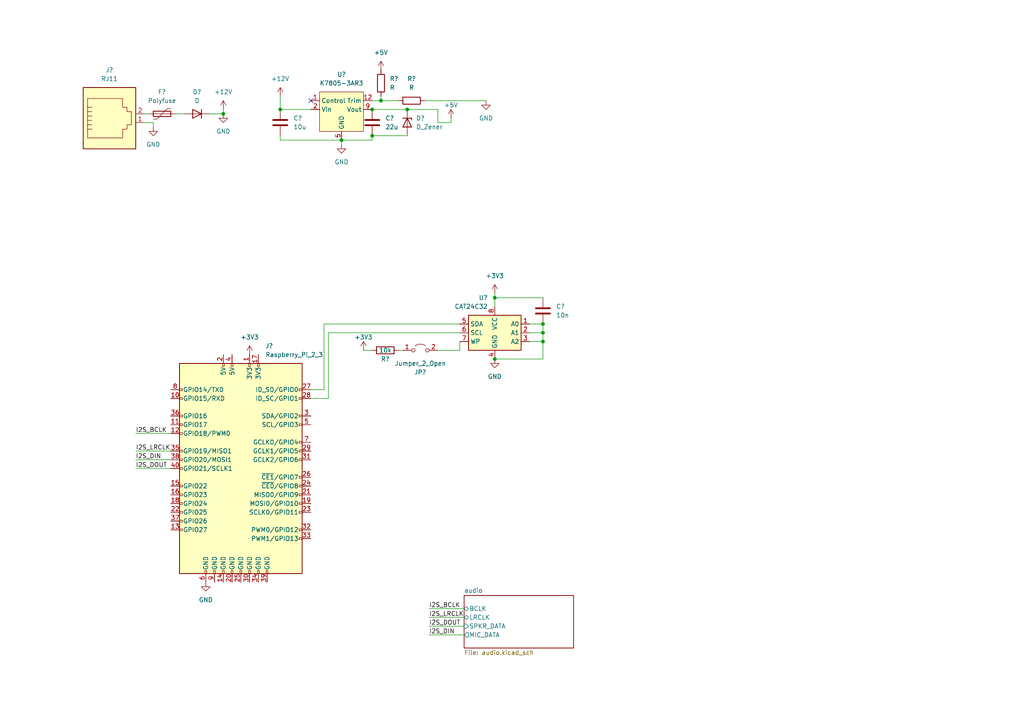
<source format=kicad_sch>
(kicad_sch (version 20211123) (generator eeschema)
  (paper "A4")
  (lib_symbols
    (symbol "Connector:RJ11" (pin_names (offset 1.016))
      (property "Reference" "J" (at -5.08 11.43 0))
      (property "Value" "RJ11" (at 2.54 11.43 0))
      (symbol "RJ11_0_1"
        (polyline (pts (xy -6.35 -1.905) (xy -5.08 -1.905) (xy -5.08 -1.905)))
        (polyline (pts (xy -6.35 -0.635) (xy -5.08 -0.635) (xy -5.08 -0.635)))
        (polyline (pts (xy -6.35 0.635) (xy -5.08 0.635) (xy -5.08 0.635)))
        (polyline (pts (xy -6.35 1.905) (xy -5.08 1.905) (xy -5.08 1.905)))
        (polyline (pts (xy -6.35 3.175) (xy -5.08 3.175) (xy -5.08 3.175)))
        (polyline (pts (xy -5.08 4.445) (xy -6.35 4.445) (xy -6.35 4.445)))
        (polyline (pts (xy -6.35 -4.445) (xy -6.35 6.985) (xy 3.81 6.985) (xy 3.81 4.445) (xy 5.08 4.445) (xy 5.08 3.175) (xy 6.35 3.175) (xy 6.35 -0.635) (xy 5.08 -0.635) (xy 5.08 -1.905) (xy 3.81 -1.905) (xy 3.81 -4.445) (xy -6.35 -4.445) (xy -6.35 -4.445)))
        (rectangle (start 7.62 10.16) (end -7.62 -7.62) (stroke (width 0.254)) (fill (type background)))
      )
      (symbol "RJ11_1_1"
        (pin passive line (at 10.16 0 180) (length 2.54) (name "~") (number "1"))
        (pin passive line (at 10.16 2.54 180) (length 2.54) (name "~") (number "2"))
      )
    )
    (symbol "Connector:Raspberry_Pi_2_3" (pin_names (offset 1.016))
      (property "Reference" "J" (at -17.78 31.75 0))
      (property "Value" "Raspberry_Pi_2_3" (at 10.16 -31.75 0))
      (symbol "Raspberry_Pi_2_3_0_1"
        (rectangle (start -17.78 30.48) (end 17.78 -30.48) (stroke (width 0.254)) (fill (type background)))
      )
      (symbol "Raspberry_Pi_2_3_1_1"
        (rectangle (start -16.891 -17.526) (end -17.78 -18.034))
        (rectangle (start -16.891 -14.986) (end -17.78 -15.494))
        (rectangle (start -16.891 -12.446) (end -17.78 -12.954))
        (rectangle (start -16.891 -9.906) (end -17.78 -10.414))
        (rectangle (start -16.891 -7.366) (end -17.78 -7.874))
        (rectangle (start -16.891 -4.826) (end -17.78 -5.334))
        (rectangle (start -16.891 0.254) (end -17.78 -0.254))
        (rectangle (start -16.891 2.794) (end -17.78 2.286))
        (rectangle (start -16.891 5.334) (end -17.78 4.826))
        (rectangle (start -16.891 10.414) (end -17.78 9.906))
        (rectangle (start -16.891 12.954) (end -17.78 12.446))
        (rectangle (start -16.891 15.494) (end -17.78 14.986))
        (rectangle (start -16.891 20.574) (end -17.78 20.066))
        (rectangle (start -16.891 23.114) (end -17.78 22.606))
        (rectangle (start -10.414 -29.591) (end -9.906 -30.48))
        (rectangle (start -7.874 -29.591) (end -7.366 -30.48))
        (rectangle (start -5.334 -29.591) (end -4.826 -30.48))
        (rectangle (start -5.334 30.48) (end -4.826 29.591))
        (rectangle (start -2.794 -29.591) (end -2.286 -30.48))
        (rectangle (start -2.794 30.48) (end -2.286 29.591))
        (rectangle (start -0.254 -29.591) (end 0.254 -30.48))
        (rectangle (start 2.286 -29.591) (end 2.794 -30.48))
        (rectangle (start 2.286 30.48) (end 2.794 29.591))
        (rectangle (start 4.826 -29.591) (end 5.334 -30.48))
        (rectangle (start 4.826 30.48) (end 5.334 29.591))
        (rectangle (start 7.366 -29.591) (end 7.874 -30.48))
        (rectangle (start 17.78 -20.066) (end 16.891 -20.574))
        (rectangle (start 17.78 -17.526) (end 16.891 -18.034))
        (rectangle (start 17.78 -12.446) (end 16.891 -12.954))
        (rectangle (start 17.78 -9.906) (end 16.891 -10.414))
        (rectangle (start 17.78 -7.366) (end 16.891 -7.874))
        (rectangle (start 17.78 -4.826) (end 16.891 -5.334))
        (rectangle (start 17.78 -2.286) (end 16.891 -2.794))
        (rectangle (start 17.78 2.794) (end 16.891 2.286))
        (rectangle (start 17.78 5.334) (end 16.891 4.826))
        (rectangle (start 17.78 7.874) (end 16.891 7.366))
        (rectangle (start 17.78 12.954) (end 16.891 12.446))
        (rectangle (start 17.78 15.494) (end 16.891 14.986))
        (rectangle (start 17.78 20.574) (end 16.891 20.066))
        (rectangle (start 17.78 23.114) (end 16.891 22.606))
        (pin power_in line (at 2.54 33.02 270) (length 2.54) (name "3V3") (number "1"))
        (pin bidirectional line (at -20.32 20.32 0) (length 2.54) (name "GPIO15/RXD") (number "10"))
        (pin bidirectional line (at -20.32 12.7 0) (length 2.54) (name "GPIO17") (number "11"))
        (pin bidirectional line (at -20.32 10.16 0) (length 2.54) (name "GPIO18/PWM0") (number "12"))
        (pin bidirectional line (at -20.32 -17.78 0) (length 2.54) (name "GPIO27") (number "13"))
        (pin power_in line (at -5.08 -33.02 90) (length 2.54) (name "GND") (number "14"))
        (pin bidirectional line (at -20.32 -5.08 0) (length 2.54) (name "GPIO22") (number "15"))
        (pin bidirectional line (at -20.32 -7.62 0) (length 2.54) (name "GPIO23") (number "16"))
        (pin power_in line (at 5.08 33.02 270) (length 2.54) (name "3V3") (number "17"))
        (pin bidirectional line (at -20.32 -10.16 0) (length 2.54) (name "GPIO24") (number "18"))
        (pin bidirectional line (at 20.32 -10.16 180) (length 2.54) (name "MOSI0/GPIO10") (number "19"))
        (pin power_in line (at -5.08 33.02 270) (length 2.54) (name "5V") (number "2"))
        (pin power_in line (at -2.54 -33.02 90) (length 2.54) (name "GND") (number "20"))
        (pin bidirectional line (at 20.32 -7.62 180) (length 2.54) (name "MISO0/GPIO9") (number "21"))
        (pin bidirectional line (at -20.32 -12.7 0) (length 2.54) (name "GPIO25") (number "22"))
        (pin bidirectional line (at 20.32 -12.7 180) (length 2.54) (name "SCLK0/GPIO11") (number "23"))
        (pin bidirectional line (at 20.32 -5.08 180) (length 2.54) (name "~{CE0}/GPIO8") (number "24"))
        (pin power_in line (at 0 -33.02 90) (length 2.54) (name "GND") (number "25"))
        (pin bidirectional line (at 20.32 -2.54 180) (length 2.54) (name "~{CE1}/GPIO7") (number "26"))
        (pin bidirectional line (at 20.32 22.86 180) (length 2.54) (name "ID_SD/GPIO0") (number "27"))
        (pin bidirectional line (at 20.32 20.32 180) (length 2.54) (name "ID_SC/GPIO1") (number "28"))
        (pin bidirectional line (at 20.32 5.08 180) (length 2.54) (name "GCLK1/GPIO5") (number "29"))
        (pin bidirectional line (at 20.32 15.24 180) (length 2.54) (name "SDA/GPIO2") (number "3"))
        (pin power_in line (at 2.54 -33.02 90) (length 2.54) (name "GND") (number "30"))
        (pin bidirectional line (at 20.32 2.54 180) (length 2.54) (name "GCLK2/GPIO6") (number "31"))
        (pin bidirectional line (at 20.32 -17.78 180) (length 2.54) (name "PWM0/GPIO12") (number "32"))
        (pin bidirectional line (at 20.32 -20.32 180) (length 2.54) (name "PWM1/GPIO13") (number "33"))
        (pin power_in line (at 5.08 -33.02 90) (length 2.54) (name "GND") (number "34"))
        (pin bidirectional line (at -20.32 5.08 0) (length 2.54) (name "GPIO19/MISO1") (number "35"))
        (pin bidirectional line (at -20.32 15.24 0) (length 2.54) (name "GPIO16") (number "36"))
        (pin bidirectional line (at -20.32 -15.24 0) (length 2.54) (name "GPIO26") (number "37"))
        (pin bidirectional line (at -20.32 2.54 0) (length 2.54) (name "GPIO20/MOSI1") (number "38"))
        (pin power_in line (at 7.62 -33.02 90) (length 2.54) (name "GND") (number "39"))
        (pin power_in line (at -2.54 33.02 270) (length 2.54) (name "5V") (number "4"))
        (pin bidirectional line (at -20.32 0 0) (length 2.54) (name "GPIO21/SCLK1") (number "40"))
        (pin bidirectional line (at 20.32 12.7 180) (length 2.54) (name "SCL/GPIO3") (number "5"))
        (pin power_in line (at -10.16 -33.02 90) (length 2.54) (name "GND") (number "6"))
        (pin bidirectional line (at 20.32 7.62 180) (length 2.54) (name "GCLK0/GPIO4") (number "7"))
        (pin bidirectional line (at -20.32 22.86 0) (length 2.54) (name "GPIO14/TXD") (number "8"))
        (pin power_in line (at -7.62 -33.02 90) (length 2.54) (name "GND") (number "9"))
      )
    )
    (symbol "Device:C" (pin_numbers hide) (pin_names (offset 0.254))
      (property "Reference" "C" (at 0.635 2.54 0))
      (property "Value" "C" (at 0.635 -2.54 0))
      (symbol "C_0_1"
        (polyline (pts (xy -2.032 -0.762) (xy 2.032 -0.762)) (stroke (width 0.508)))
        (polyline (pts (xy -2.032 0.762) (xy 2.032 0.762)) (stroke (width 0.508)))
      )
      (symbol "C_1_1"
        (pin passive line (at 0 3.81 270) (length 2.794) (name "~") (number "1"))
        (pin passive line (at 0 -3.81 90) (length 2.794) (name "~") (number "2"))
      )
    )
    (symbol "Device:D" (pin_numbers hide) (pin_names (offset 1.016) hide)
      (property "Reference" "D" (at 0 2.54 0))
      (property "Value" "D" (at 0 -2.54 0))
      (symbol "D_0_1"
        (polyline (pts (xy -1.27 1.27) (xy -1.27 -1.27)) (stroke (width 0.254)))
        (polyline (pts (xy 1.27 0) (xy -1.27 0)))
        (polyline (pts (xy 1.27 1.27) (xy 1.27 -1.27) (xy -1.27 0) (xy 1.27 1.27)) (stroke (width 0.254)))
      )
      (symbol "D_1_1"
        (pin passive line (at -3.81 0 0) (length 2.54) (name "K") (number "1"))
        (pin passive line (at 3.81 0 180) (length 2.54) (name "A") (number "2"))
      )
    )
    (symbol "Device:D_Zener" (pin_numbers hide) (pin_names (offset 1.016) hide)
      (property "Reference" "D" (at 0 2.54 0))
      (property "Value" "D_Zener" (at 0 -2.54 0))
      (symbol "D_Zener_0_1"
        (polyline (pts (xy 1.27 0) (xy -1.27 0)))
        (polyline (pts (xy -1.27 -1.27) (xy -1.27 1.27) (xy -0.762 1.27)) (stroke (width 0.254)))
        (polyline (pts (xy 1.27 -1.27) (xy 1.27 1.27) (xy -1.27 0) (xy 1.27 -1.27)) (stroke (width 0.254)))
      )
      (symbol "D_Zener_1_1"
        (pin passive line (at -3.81 0 0) (length 2.54) (name "K") (number "1"))
        (pin passive line (at 3.81 0 180) (length 2.54) (name "A") (number "2"))
      )
    )
    (symbol "Device:Polyfuse" (pin_numbers hide) (pin_names (offset 0))
      (property "Reference" "F" (at -2.54 0 90))
      (property "Value" "Polyfuse" (at 2.54 0 90))
      (symbol "Polyfuse_0_1"
        (rectangle (start -0.762 2.54) (end 0.762 -2.54) (stroke (width 0.254)))
        (polyline (pts (xy 0 2.54) (xy 0 -2.54)))
        (polyline (pts (xy -1.524 2.54) (xy -1.524 1.524) (xy 1.524 -1.524) (xy 1.524 -2.54)))
      )
      (symbol "Polyfuse_1_1"
        (pin passive line (at 0 3.81 270) (length 1.27) (name "~") (number "1"))
        (pin passive line (at 0 -3.81 90) (length 1.27) (name "~") (number "2"))
      )
    )
    (symbol "Device:R" (pin_numbers hide) (pin_names (offset 0))
      (property "Reference" "R" (at 2.032 0 90))
      (property "Value" "R" (at 0 0 90))
      (symbol "R_0_1"
        (rectangle (start -1.016 -2.54) (end 1.016 2.54) (stroke (width 0.254)))
      )
      (symbol "R_1_1"
        (pin passive line (at 0 3.81 270) (length 1.27) (name "~") (number "1"))
        (pin passive line (at 0 -3.81 90) (length 1.27) (name "~") (number "2"))
      )
    )
    (symbol "Jumper:Jumper_2_Open" (pin_names (offset 0) hide)
      (property "Reference" "JP" (at 0 2.794 0))
      (property "Value" "Jumper_2_Open" (at 0 -2.286 0))
      (symbol "Jumper_2_Open_0_0"
        (circle (center -2.032 0) (radius 0.508))
        (circle (center 2.032 0) (radius 0.508))
      )
      (symbol "Jumper_2_Open_0_1"
        (arc (start 1.524 1.27) (mid 0 1.778) (end -1.524 1.27))
      )
      (symbol "Jumper_2_Open_1_1"
        (pin passive line (at -5.08 0 0) (length 2.54) (name "A") (number "1"))
        (pin passive line (at 5.08 0 180) (length 2.54) (name "B") (number "2"))
      )
    )
    (symbol "Memory_EEPROM:CAT24C128"
      (property "Reference" "U" (at -6.35 6.35 0))
      (property "Value" "CAT24C128" (at 1.27 6.35 0))
      (symbol "CAT24C128_1_1"
        (rectangle (start -7.62 5.08) (end 7.62 -5.08) (stroke (width 0.254)) (fill (type background)))
        (pin input line (at -10.16 2.54 0) (length 2.54) (name "A0") (number "1"))
        (pin input line (at -10.16 0 0) (length 2.54) (name "A1") (number "2"))
        (pin input line (at -10.16 -2.54 0) (length 2.54) (name "A2") (number "3"))
        (pin power_in line (at 0 -7.62 90) (length 2.54) (name "GND") (number "4"))
        (pin bidirectional line (at 10.16 2.54 180) (length 2.54) (name "SDA") (number "5"))
        (pin input line (at 10.16 0 180) (length 2.54) (name "SCL") (number "6"))
        (pin input line (at 10.16 -2.54 180) (length 2.54) (name "WP") (number "7"))
        (pin power_in line (at 0 7.62 270) (length 2.54) (name "VCC") (number "8"))
      )
    )
    (symbol "pividbell_main_parts:K7805-3AR3"
      (property "Reference" "U" (at 0 11.43 0))
      (property "Value" "K7805-3AR3" (at 0 13.97 0))
      (symbol "K7805-3AR3_0_1"
        (rectangle (start -6.35 8.89) (end 6.35 -2.54) (fill (type background)))
      )
      (symbol "K7805-3AR3_1_1"
        (pin input line (at -8.89 6.35 0) (length 2.54) (name "Control") (number "1"))
        (pin power_out line (at 8.89 3.81 180) (length 2.54) hide (name "Vout") (number "10"))
        (pin power_out line (at 8.89 3.81 180) (length 2.54) hide (name "Vout") (number "11"))
        (pin input line (at 8.89 6.35 180) (length 2.54) (name "Trim") (number "12"))
        (pin power_in line (at -8.89 3.81 0) (length 2.54) (name "Vin") (number "2"))
        (pin power_in line (at -8.89 3.81 0) (length 2.54) hide (name "Vin") (number "3"))
        (pin power_in line (at -8.89 3.81 0) (length 2.54) hide (name "Vin") (number "4"))
        (pin power_in line (at 0 -5.08 90) (length 2.54) (name "GND") (number "5"))
        (pin power_in line (at 0 -5.08 90) (length 2.54) hide (name "GND") (number "6"))
        (pin power_in line (at 0 -5.08 90) (length 2.54) hide (name "GND") (number "7"))
        (pin power_in line (at 0 -5.08 90) (length 2.54) hide (name "GND") (number "8"))
        (pin power_out line (at 8.89 3.81 180) (length 2.54) (name "Vout") (number "9"))
      )
    )
    (symbol "power:+12V" (power) (pin_names (offset 0))
      (property "Value" "+12V" (at 0 3.556 0))
      (symbol "+12V_0_1"
        (polyline (pts (xy -0.762 1.27) (xy 0 2.54)))
        (polyline (pts (xy 0 0) (xy 0 2.54)))
        (polyline (pts (xy 0 2.54) (xy 0.762 1.27)))
      )
      (symbol "+12V_1_1"
        (pin power_in line (at 0 0 90) (length 0) hide (name "+12V") (number "1"))
      )
    )
    (symbol "power:+3V3" (power) (pin_names (offset 0))
      (property "Value" "+3V3" (at 0 3.556 0))
      (symbol "+3V3_0_1"
        (polyline (pts (xy -0.762 1.27) (xy 0 2.54)))
        (polyline (pts (xy 0 0) (xy 0 2.54)))
        (polyline (pts (xy 0 2.54) (xy 0.762 1.27)))
      )
      (symbol "+3V3_1_1"
        (pin power_in line (at 0 0 90) (length 0) hide (name "+3V3") (number "1"))
      )
    )
    (symbol "power:+5V" (power) (pin_names (offset 0))
      (property "Value" "+5V" (at 0 3.556 0))
      (symbol "+5V_0_1"
        (polyline (pts (xy -0.762 1.27) (xy 0 2.54)))
        (polyline (pts (xy 0 0) (xy 0 2.54)))
        (polyline (pts (xy 0 2.54) (xy 0.762 1.27)))
      )
      (symbol "+5V_1_1"
        (pin power_in line (at 0 0 90) (length 0) hide (name "+5V") (number "1"))
      )
    )
    (symbol "power:GND" (power) (pin_names (offset 0))
      (property "Value" "GND" (at 0 -3.81 0))
      (symbol "GND_0_1"
        (polyline (pts (xy 0 0) (xy 0 -1.27) (xy 1.27 -1.27) (xy 0 -2.54) (xy -1.27 -1.27) (xy 0 -1.27)))
      )
      (symbol "GND_1_1"
        (pin power_in line (at 0 0 270) (length 0) hide (name "GND") (number "1"))
      )
    )
  )
  (junction (at 81.28 31.75))
  (junction (at 107.95 31.75))
  (junction (at 99.06 40.64))
  (junction (at 118.11 31.75))
  (junction (at 143.51 104.14))
  (junction (at 107.95 39.37))
  (junction (at 110.49 29.21))
  (junction (at 143.51 86.36))
  (junction (at 157.48 96.52))
  (junction (at 157.48 93.98))
  (junction (at 64.77 33.02))
  (junction (at 157.48 99.06))
  (no_connect (at 90.17 29.21))
  (wire (pts (xy 153.67 96.52) (xy 157.48 96.52)))
  (wire (pts (xy 93.98 113.03) (xy 93.98 93.98)))
  (wire (pts (xy 105.41 101.6) (xy 107.95 101.6)))
  (wire (pts (xy 143.51 86.36) (xy 157.48 86.36)))
  (wire (pts (xy 157.48 99.06) (xy 157.48 104.14)))
  (wire (pts (xy 39.37 125.73) (xy 49.53 125.73)))
  (wire (pts (xy 43.18 33.02) (xy 41.91 33.02)))
  (wire (pts (xy 90.17 113.03) (xy 93.98 113.03)))
  (wire (pts (xy 133.35 101.6) (xy 133.35 99.06)))
  (wire (pts (xy 39.37 135.89) (xy 49.53 135.89)))
  (wire (pts (xy 124.46 179.07) (xy 134.62 179.07)))
  (wire (pts (xy 95.25 96.52) (xy 133.35 96.52)))
  (wire (pts (xy 110.49 29.21) (xy 110.49 27.94)))
  (wire (pts (xy 127 35.56) (xy 127 31.75)))
  (wire (pts (xy 81.28 31.75) (xy 81.28 27.94)))
  (wire (pts (xy 64.77 33.02) (xy 64.77 31.75)))
  (wire (pts (xy 81.28 40.64) (xy 99.06 40.64)))
  (wire (pts (xy 93.98 93.98) (xy 133.35 93.98)))
  (wire (pts (xy 107.95 31.75) (xy 118.11 31.75)))
  (wire (pts (xy 81.28 39.37) (xy 81.28 40.64)))
  (wire (pts (xy 90.17 115.57) (xy 95.25 115.57)))
  (wire (pts (xy 99.06 41.91) (xy 99.06 40.64)))
  (wire (pts (xy 60.96 33.02) (xy 64.77 33.02)))
  (wire (pts (xy 53.34 33.02) (xy 50.8 33.02)))
  (wire (pts (xy 39.37 130.81) (xy 49.53 130.81)))
  (wire (pts (xy 124.46 176.53) (xy 134.62 176.53)))
  (wire (pts (xy 39.37 133.35) (xy 49.53 133.35)))
  (wire (pts (xy 127 31.75) (xy 118.11 31.75)))
  (wire (pts (xy 44.45 35.56) (xy 44.45 36.83)))
  (wire (pts (xy 107.95 40.64) (xy 99.06 40.64)))
  (wire (pts (xy 110.49 29.21) (xy 115.57 29.21)))
  (wire (pts (xy 124.46 181.61) (xy 134.62 181.61)))
  (wire (pts (xy 143.51 85.09) (xy 143.51 86.36)))
  (wire (pts (xy 95.25 115.57) (xy 95.25 96.52)))
  (wire (pts (xy 118.11 39.37) (xy 107.95 39.37)))
  (wire (pts (xy 123.19 29.21) (xy 140.97 29.21)))
  (wire (pts (xy 107.95 40.64) (xy 107.95 39.37)))
  (wire (pts (xy 143.51 86.36) (xy 143.51 88.9)))
  (wire (pts (xy 41.91 35.56) (xy 44.45 35.56)))
  (wire (pts (xy 107.95 29.21) (xy 110.49 29.21)))
  (wire (pts (xy 143.51 104.14) (xy 157.48 104.14)))
  (wire (pts (xy 124.46 184.15) (xy 134.62 184.15)))
  (wire (pts (xy 130.81 35.56) (xy 130.81 34.29)))
  (wire (pts (xy 157.48 96.52) (xy 157.48 99.06)))
  (wire (pts (xy 127 35.56) (xy 130.81 35.56)))
  (wire (pts (xy 115.57 101.6) (xy 116.84 101.6)))
  (wire (pts (xy 157.48 93.98) (xy 157.48 96.52)))
  (wire (pts (xy 153.67 93.98) (xy 157.48 93.98)))
  (wire (pts (xy 90.17 31.75) (xy 81.28 31.75)))
  (wire (pts (xy 127 101.6) (xy 133.35 101.6)))
  (wire (pts (xy 153.67 99.06) (xy 157.48 99.06)))
  (label "I2S_BCLK" (at 39.37 125.73 0))
  (label "I2S_DIN" (at 124.46 184.15 0))
  (label "I2S_DOUT" (at 39.37 135.89 0))
  (label "I2S_LRCLK" (at 39.37 130.81 0))
  (label "I2S_DIN" (at 39.37 133.35 0))
  (label "I2S_BCLK" (at 124.46 176.53 0))
  (label "I2S_LRCLK" (at 124.46 179.07 0))
  (label "I2S_DOUT" (at 124.46 181.61 0))
  (symbol (lib_id "Device:C") (at 157.48 90.17 0) (unit 1)
    (property "Reference" "C?" (at 161.29 88.8999 0) (effects (justify left)))
    (property "Value" "10n" (at 161.29 91.4399 0) (effects (justify left)))
  )
  (symbol (lib_id "Device:D") (at 57.15 33.02 180) (unit 1)
    (property "Reference" "D?" (at 57.15 26.67 0))
    (property "Value" "D" (at 57.15 29.21 0))
  )
  (symbol (lib_id "Memory_EEPROM:CAT24C128") (at 143.51 96.52 0) (mirror y) (unit 1)
    (property "Reference" "U?" (at 141.4906 86.36 0) (effects (justify left)))
    (property "Value" "CAT24C32" (at 141.4906 88.9 0) (effects (justify left)))
    (property "Datasheet" "https://www.onsemi.com/pub/Collateral/CAT24C128-D.PDF" (effects hide))
  )
  (symbol (lib_id "Device:C") (at 81.28 35.56 0) (unit 1)
    (property "Reference" "C?" (at 85.09 34.2899 0) (effects (justify left)))
    (property "Value" "10u" (at 85.09 36.8299 0) (effects (justify left)))
  )
  (symbol (lib_id "Device:D_Zener") (at 118.11 35.56 270) (unit 1)
    (property "Reference" "D?" (at 120.65 34.2899 90) (effects (justify left)))
    (property "Value" "D_Zener" (at 120.65 36.8299 90) (effects (justify left)))
  )
  (symbol (lib_id "power:GND") (at 64.77 33.02 0) (unit 1)
    (property "Reference" "#PWR?" (effects hide))
    (property "Value" "GND" (at 64.77 38.1 0))
  )
  (symbol (lib_id "power:GND") (at 44.45 36.83 0) (unit 1)
    (property "Reference" "#PWR?" (effects hide))
    (property "Value" "GND" (at 44.45 41.91 0))
  )
  (symbol (lib_id "Device:R") (at 111.76 101.6 90) (unit 1)
    (property "Reference" "R?" (at 111.76 104.14 90))
    (property "Value" "10k" (at 111.76 101.6 90))
  )
  (symbol (lib_id "power:+5V") (at 110.49 20.32 0) (unit 1)
    (property "Reference" "#PWR?" (effects hide))
    (property "Value" "+5V" (at 110.49 15.24 0))
  )
  (symbol (lib_id "power:GND") (at 99.06 41.91 0) (unit 1)
    (property "Reference" "#PWR?" (effects hide))
    (property "Value" "GND" (at 99.06 46.99 0))
  )
  (symbol (lib_id "power:+3V3") (at 105.41 101.6 0) (unit 1)
    (property "Reference" "#PWR?" (effects hide))
    (property "Value" "+3V3" (at 105.41 97.79 0))
  )
  (symbol (lib_id "Device:R") (at 119.38 29.21 270) (unit 1)
    (property "Reference" "R?" (at 119.38 22.86 90))
    (property "Value" "R" (at 119.38 25.4 90))
  )
  (symbol (lib_id "power:GND") (at 59.69 168.91 0) (unit 1)
    (property "Reference" "#PWR?" (effects hide))
    (property "Value" "GND" (at 59.69 173.99 0))
  )
  (symbol (lib_id "Device:R") (at 110.49 24.13 180) (unit 1)
    (property "Reference" "R?" (at 113.03 22.8599 0) (effects (justify right)))
    (property "Value" "R" (at 113.03 25.3999 0) (effects (justify right)))
  )
  (symbol (lib_id "Jumper:Jumper_2_Open") (at 121.92 101.6 0) (unit 1)
    (property "Reference" "JP?" (at 121.92 107.95 0))
    (property "Value" "Jumper_2_Open" (at 121.92 105.41 0))
  )
  (symbol (lib_id "power:GND") (at 143.51 104.14 0) (mirror y) (unit 1)
    (property "Reference" "#PWR?" (effects hide))
    (property "Value" "GND" (at 143.51 109.22 0))
  )
  (symbol (lib_id "Device:C") (at 107.95 35.56 0) (unit 1)
    (property "Reference" "C?" (at 111.76 34.2899 0) (effects (justify left)))
    (property "Value" "22u" (at 111.76 36.8299 0) (effects (justify left)))
  )
  (symbol (lib_id "power:GND") (at 140.97 29.21 0) (unit 1)
    (property "Reference" "#PWR?" (effects hide))
    (property "Value" "GND" (at 140.97 34.29 0))
  )
  (symbol (lib_id "pividbell_main_parts:K7805-3AR3") (at 99.06 35.56 0) (unit 1)
    (property "Reference" "U?" (at 99.06 21.59 0))
    (property "Value" "K7805-3AR3" (at 99.06 24.13 0))
  )
  (symbol (lib_id "power:+3V3") (at 72.39 102.87 0) (unit 1)
    (property "Reference" "#PWR?" (effects hide))
    (property "Value" "+3V3" (at 72.39 97.79 0))
  )
  (symbol (lib_id "power:+12V") (at 64.77 31.75 0) (unit 1)
    (property "Reference" "#PWR?" (effects hide))
    (property "Value" "+12V" (at 64.77 26.67 0))
  )
  (symbol (lib_id "Connector:Raspberry_Pi_2_3") (at 69.85 135.89 0) (unit 1)
    (property "Reference" "J?" (at 76.9494 100.33 0) (effects (justify left)))
    (property "Value" "Raspberry_Pi_2_3" (at 76.9494 102.87 0) (effects (justify left)))
    (property "Datasheet" "https://www.raspberrypi.org/documentation/hardware/raspberrypi/schematics/rpi_SCH_3bplus_1p0_reduced.pdf" (effects hide))
  )
  (symbol (lib_id "power:+3V3") (at 143.51 85.09 0) (mirror y) (unit 1)
    (property "Reference" "#PWR?" (effects hide))
    (property "Value" "+3V3" (at 143.51 80.01 0))
  )
  (symbol (lib_id "Device:Polyfuse") (at 46.99 33.02 90) (unit 1)
    (property "Reference" "F?" (at 46.99 26.67 90))
    (property "Value" "Polyfuse" (at 46.99 29.21 90))
  )
  (symbol (lib_id "power:+5V") (at 130.81 34.29 0) (unit 1)
    (property "Reference" "#PWR?" (effects hide))
    (property "Value" "+5V" (at 130.81 30.48 0))
  )
  (symbol (lib_id "power:+12V") (at 81.28 27.94 0) (unit 1)
    (property "Reference" "#PWR?" (effects hide))
    (property "Value" "+12V" (at 81.28 22.86 0))
  )
  (symbol (lib_id "Connector:RJ11") (at 31.75 35.56 0) (unit 1)
    (property "Reference" "J?" (at 31.75 20.32 0))
    (property "Value" "RJ11" (at 31.75 22.86 0))
  )
  (sheet (at 134.62 172.72) (size 31.75 15.24) (stroke (width 0.1524))
    (property "Sheet name" "audio" (at 134.62 172.0084 0) (effects (justify left bottom)))
    (property "Sheet file" "audio.kicad_sch" (at 134.62 188.5446 0) (effects (justify left top)))
    (pin "MIC_DATA" output (at 134.62 184.15 180))
    (pin "BCLK" bidirectional (at 134.62 176.53 180))
    (pin "SPKR_DATA" input (at 134.62 181.61 180))
    (pin "LRCLK" bidirectional (at 134.62 179.07 180))
  )
)
</source>
